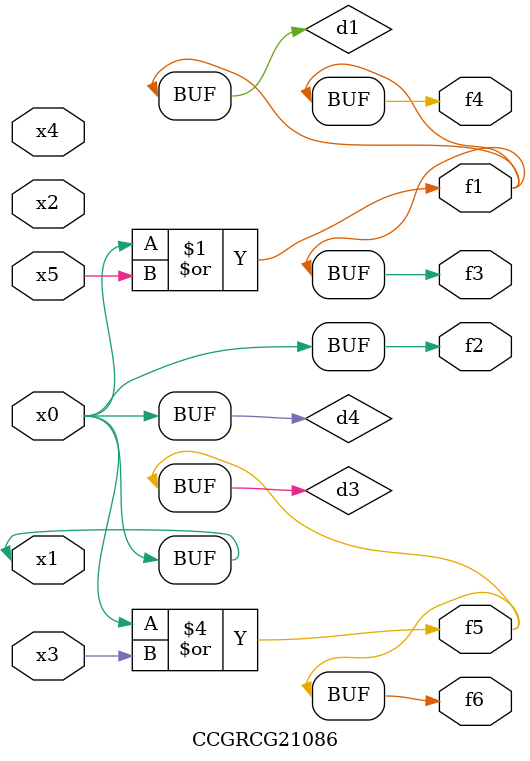
<source format=v>
module CCGRCG21086(
	input x0, x1, x2, x3, x4, x5,
	output f1, f2, f3, f4, f5, f6
);

	wire d1, d2, d3, d4;

	or (d1, x0, x5);
	xnor (d2, x1, x4);
	or (d3, x0, x3);
	buf (d4, x0, x1);
	assign f1 = d1;
	assign f2 = d4;
	assign f3 = d1;
	assign f4 = d1;
	assign f5 = d3;
	assign f6 = d3;
endmodule

</source>
